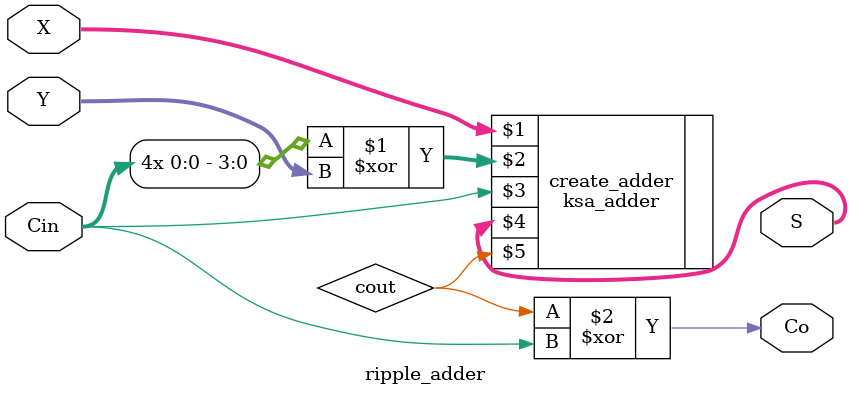
<source format=sv>
module ripple_adder(X, Y, S, Co, Cin);

 input logic [3:0] X, Y;// Two 4-bit inputs
 output logic [3:0] S;
 input logic Cin;
 output logic Co;
 logic w1, w2, w3, cout;

ksa_adder create_adder(X,{4{Cin}}^Y,Cin,S,cout);

assign Co = cout^Cin;


/*

 // instantiating 4 1-bit full adders in Verilog
fulladder u1(X[0], Cin^Y[0], Cin, S[0], w1);
fulladder u2(X[1], Cin^Y[1], w1, S[1], w2);
fulladder u3(X[2], Cin^Y[2], w2, S[2], w3);
fulladder u4(X[3], Cin^Y[3], w3, S[3], cout);

assign Co = cout^Cin;
*/
endmodule

</source>
